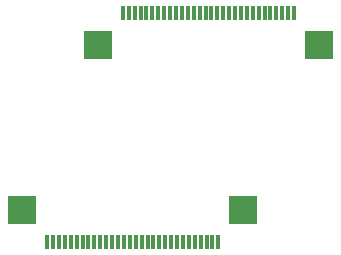
<source format=gbr>
%TF.GenerationSoftware,KiCad,Pcbnew,(6.0.0-rc1-114-gb471945224)*%
%TF.CreationDate,2022-04-25T13:04:53+02:00*%
%TF.ProjectId,HB-F1XD-keyboard,48422d46-3158-4442-9d6b-6579626f6172,1*%
%TF.SameCoordinates,Original*%
%TF.FileFunction,Paste,Top*%
%TF.FilePolarity,Positive*%
%FSLAX46Y46*%
G04 Gerber Fmt 4.6, Leading zero omitted, Abs format (unit mm)*
G04 Created by KiCad (PCBNEW (6.0.0-rc1-114-gb471945224)) date 2022-04-25 13:04:53*
%MOMM*%
%LPD*%
G01*
G04 APERTURE LIST*
%ADD10R,0.300000X1.200000*%
%ADD11R,2.400000X2.400000*%
G04 APERTURE END LIST*
D10*
%TO.C,J2*%
X321489550Y-62353000D03*
X321989550Y-62353000D03*
X322489550Y-62353000D03*
X322989550Y-62353000D03*
X323489550Y-62353000D03*
X323989550Y-62353000D03*
X324489550Y-62353000D03*
X324989550Y-62353000D03*
X325489550Y-62353000D03*
X325989550Y-62353000D03*
X326489550Y-62353000D03*
X326989550Y-62353000D03*
X327489550Y-62353000D03*
X327989550Y-62353000D03*
X328489550Y-62353000D03*
X328989550Y-62353000D03*
X329489550Y-62353000D03*
X329989550Y-62353000D03*
X330489550Y-62353000D03*
X330989550Y-62353000D03*
X331489550Y-62353000D03*
X331989550Y-62353000D03*
X332489550Y-62353000D03*
X332989550Y-62353000D03*
X333489550Y-62353000D03*
X333989550Y-62353000D03*
X334489550Y-62353000D03*
X334989550Y-62353000D03*
X335489550Y-62353000D03*
X335989550Y-62353000D03*
D11*
X319389550Y-65053000D03*
X338089550Y-65053000D03*
%TD*%
D10*
%TO.C,J3*%
X329576000Y-81723000D03*
X329076000Y-81723000D03*
X328576000Y-81723000D03*
X328076000Y-81723000D03*
X327576000Y-81723000D03*
X327076000Y-81723000D03*
X326576000Y-81723000D03*
X326076000Y-81723000D03*
X325576000Y-81723000D03*
X325076000Y-81723000D03*
X324576000Y-81723000D03*
X324076000Y-81723000D03*
X323576000Y-81723000D03*
X323076000Y-81723000D03*
X322576000Y-81723000D03*
X322076000Y-81723000D03*
X321576000Y-81723000D03*
X321076000Y-81723000D03*
X320576000Y-81723000D03*
X320076000Y-81723000D03*
X319576000Y-81723000D03*
X319076000Y-81723000D03*
X318576000Y-81723000D03*
X318076000Y-81723000D03*
X317576000Y-81723000D03*
X317076000Y-81723000D03*
X316576000Y-81723000D03*
X316076000Y-81723000D03*
X315576000Y-81723000D03*
X315076000Y-81723000D03*
D11*
X331676000Y-79023000D03*
X312976000Y-79023000D03*
%TD*%
M02*

</source>
